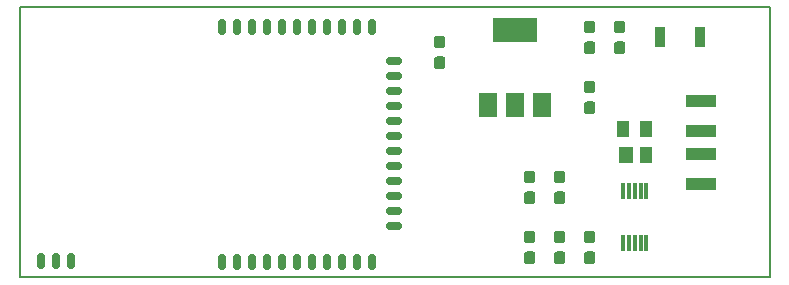
<source format=gbr>
G04 #@! TF.GenerationSoftware,KiCad,Pcbnew,(5.1.5)-3*
G04 #@! TF.CreationDate,2020-03-31T21:34:46+02:00*
G04 #@! TF.ProjectId,cc1352P-dongle,63633133-3532-4502-9d64-6f6e676c652e,rev?*
G04 #@! TF.SameCoordinates,Original*
G04 #@! TF.FileFunction,Paste,Top*
G04 #@! TF.FilePolarity,Positive*
%FSLAX46Y46*%
G04 Gerber Fmt 4.6, Leading zero omitted, Abs format (unit mm)*
G04 Created by KiCad (PCBNEW (5.1.5)-3) date 2020-03-31 21:34:46*
%MOMM*%
%LPD*%
G04 APERTURE LIST*
%ADD10C,0.150000*%
%ADD11R,0.300000X1.400000*%
%ADD12R,0.900000X1.700000*%
%ADD13R,1.000000X1.400000*%
%ADD14R,1.200000X1.400000*%
%ADD15C,0.100000*%
%ADD16R,2.500000X1.100000*%
%ADD17R,3.800000X2.000000*%
%ADD18R,1.500000X2.000000*%
%ADD19O,1.400000X0.700000*%
%ADD20O,0.700000X1.400000*%
G04 APERTURE END LIST*
D10*
X66040000Y-71120000D02*
X66040000Y-48260000D01*
X129540000Y-71120000D02*
X66040000Y-71120000D01*
X129540000Y-48260000D02*
X129540000Y-71120000D01*
X66040000Y-48260000D02*
X129540000Y-48260000D01*
D11*
X119110000Y-68240000D03*
X118610000Y-68240000D03*
X118110000Y-68240000D03*
X117610000Y-68240000D03*
X117110000Y-68240000D03*
X117110000Y-63840000D03*
X117610000Y-63840000D03*
X118110000Y-63840000D03*
X118610000Y-63840000D03*
X119110000Y-63840000D03*
D12*
X123620000Y-50800000D03*
X120220000Y-50800000D03*
D13*
X117160000Y-58590000D03*
X119060000Y-58590000D03*
X119060000Y-60790000D03*
D14*
X117340000Y-60790000D03*
D15*
G36*
X114560779Y-54481144D02*
G01*
X114583834Y-54484563D01*
X114606443Y-54490227D01*
X114628387Y-54498079D01*
X114649457Y-54508044D01*
X114669448Y-54520026D01*
X114688168Y-54533910D01*
X114705438Y-54549562D01*
X114721090Y-54566832D01*
X114734974Y-54585552D01*
X114746956Y-54605543D01*
X114756921Y-54626613D01*
X114764773Y-54648557D01*
X114770437Y-54671166D01*
X114773856Y-54694221D01*
X114775000Y-54717500D01*
X114775000Y-55292500D01*
X114773856Y-55315779D01*
X114770437Y-55338834D01*
X114764773Y-55361443D01*
X114756921Y-55383387D01*
X114746956Y-55404457D01*
X114734974Y-55424448D01*
X114721090Y-55443168D01*
X114705438Y-55460438D01*
X114688168Y-55476090D01*
X114669448Y-55489974D01*
X114649457Y-55501956D01*
X114628387Y-55511921D01*
X114606443Y-55519773D01*
X114583834Y-55525437D01*
X114560779Y-55528856D01*
X114537500Y-55530000D01*
X114062500Y-55530000D01*
X114039221Y-55528856D01*
X114016166Y-55525437D01*
X113993557Y-55519773D01*
X113971613Y-55511921D01*
X113950543Y-55501956D01*
X113930552Y-55489974D01*
X113911832Y-55476090D01*
X113894562Y-55460438D01*
X113878910Y-55443168D01*
X113865026Y-55424448D01*
X113853044Y-55404457D01*
X113843079Y-55383387D01*
X113835227Y-55361443D01*
X113829563Y-55338834D01*
X113826144Y-55315779D01*
X113825000Y-55292500D01*
X113825000Y-54717500D01*
X113826144Y-54694221D01*
X113829563Y-54671166D01*
X113835227Y-54648557D01*
X113843079Y-54626613D01*
X113853044Y-54605543D01*
X113865026Y-54585552D01*
X113878910Y-54566832D01*
X113894562Y-54549562D01*
X113911832Y-54533910D01*
X113930552Y-54520026D01*
X113950543Y-54508044D01*
X113971613Y-54498079D01*
X113993557Y-54490227D01*
X114016166Y-54484563D01*
X114039221Y-54481144D01*
X114062500Y-54480000D01*
X114537500Y-54480000D01*
X114560779Y-54481144D01*
G37*
G36*
X114560779Y-56231144D02*
G01*
X114583834Y-56234563D01*
X114606443Y-56240227D01*
X114628387Y-56248079D01*
X114649457Y-56258044D01*
X114669448Y-56270026D01*
X114688168Y-56283910D01*
X114705438Y-56299562D01*
X114721090Y-56316832D01*
X114734974Y-56335552D01*
X114746956Y-56355543D01*
X114756921Y-56376613D01*
X114764773Y-56398557D01*
X114770437Y-56421166D01*
X114773856Y-56444221D01*
X114775000Y-56467500D01*
X114775000Y-57042500D01*
X114773856Y-57065779D01*
X114770437Y-57088834D01*
X114764773Y-57111443D01*
X114756921Y-57133387D01*
X114746956Y-57154457D01*
X114734974Y-57174448D01*
X114721090Y-57193168D01*
X114705438Y-57210438D01*
X114688168Y-57226090D01*
X114669448Y-57239974D01*
X114649457Y-57251956D01*
X114628387Y-57261921D01*
X114606443Y-57269773D01*
X114583834Y-57275437D01*
X114560779Y-57278856D01*
X114537500Y-57280000D01*
X114062500Y-57280000D01*
X114039221Y-57278856D01*
X114016166Y-57275437D01*
X113993557Y-57269773D01*
X113971613Y-57261921D01*
X113950543Y-57251956D01*
X113930552Y-57239974D01*
X113911832Y-57226090D01*
X113894562Y-57210438D01*
X113878910Y-57193168D01*
X113865026Y-57174448D01*
X113853044Y-57154457D01*
X113843079Y-57133387D01*
X113835227Y-57111443D01*
X113829563Y-57088834D01*
X113826144Y-57065779D01*
X113825000Y-57042500D01*
X113825000Y-56467500D01*
X113826144Y-56444221D01*
X113829563Y-56421166D01*
X113835227Y-56398557D01*
X113843079Y-56376613D01*
X113853044Y-56355543D01*
X113865026Y-56335552D01*
X113878910Y-56316832D01*
X113894562Y-56299562D01*
X113911832Y-56283910D01*
X113930552Y-56270026D01*
X113950543Y-56258044D01*
X113971613Y-56248079D01*
X113993557Y-56240227D01*
X114016166Y-56234563D01*
X114039221Y-56231144D01*
X114062500Y-56230000D01*
X114537500Y-56230000D01*
X114560779Y-56231144D01*
G37*
G36*
X114560779Y-68931144D02*
G01*
X114583834Y-68934563D01*
X114606443Y-68940227D01*
X114628387Y-68948079D01*
X114649457Y-68958044D01*
X114669448Y-68970026D01*
X114688168Y-68983910D01*
X114705438Y-68999562D01*
X114721090Y-69016832D01*
X114734974Y-69035552D01*
X114746956Y-69055543D01*
X114756921Y-69076613D01*
X114764773Y-69098557D01*
X114770437Y-69121166D01*
X114773856Y-69144221D01*
X114775000Y-69167500D01*
X114775000Y-69742500D01*
X114773856Y-69765779D01*
X114770437Y-69788834D01*
X114764773Y-69811443D01*
X114756921Y-69833387D01*
X114746956Y-69854457D01*
X114734974Y-69874448D01*
X114721090Y-69893168D01*
X114705438Y-69910438D01*
X114688168Y-69926090D01*
X114669448Y-69939974D01*
X114649457Y-69951956D01*
X114628387Y-69961921D01*
X114606443Y-69969773D01*
X114583834Y-69975437D01*
X114560779Y-69978856D01*
X114537500Y-69980000D01*
X114062500Y-69980000D01*
X114039221Y-69978856D01*
X114016166Y-69975437D01*
X113993557Y-69969773D01*
X113971613Y-69961921D01*
X113950543Y-69951956D01*
X113930552Y-69939974D01*
X113911832Y-69926090D01*
X113894562Y-69910438D01*
X113878910Y-69893168D01*
X113865026Y-69874448D01*
X113853044Y-69854457D01*
X113843079Y-69833387D01*
X113835227Y-69811443D01*
X113829563Y-69788834D01*
X113826144Y-69765779D01*
X113825000Y-69742500D01*
X113825000Y-69167500D01*
X113826144Y-69144221D01*
X113829563Y-69121166D01*
X113835227Y-69098557D01*
X113843079Y-69076613D01*
X113853044Y-69055543D01*
X113865026Y-69035552D01*
X113878910Y-69016832D01*
X113894562Y-68999562D01*
X113911832Y-68983910D01*
X113930552Y-68970026D01*
X113950543Y-68958044D01*
X113971613Y-68948079D01*
X113993557Y-68940227D01*
X114016166Y-68934563D01*
X114039221Y-68931144D01*
X114062500Y-68930000D01*
X114537500Y-68930000D01*
X114560779Y-68931144D01*
G37*
G36*
X114560779Y-67181144D02*
G01*
X114583834Y-67184563D01*
X114606443Y-67190227D01*
X114628387Y-67198079D01*
X114649457Y-67208044D01*
X114669448Y-67220026D01*
X114688168Y-67233910D01*
X114705438Y-67249562D01*
X114721090Y-67266832D01*
X114734974Y-67285552D01*
X114746956Y-67305543D01*
X114756921Y-67326613D01*
X114764773Y-67348557D01*
X114770437Y-67371166D01*
X114773856Y-67394221D01*
X114775000Y-67417500D01*
X114775000Y-67992500D01*
X114773856Y-68015779D01*
X114770437Y-68038834D01*
X114764773Y-68061443D01*
X114756921Y-68083387D01*
X114746956Y-68104457D01*
X114734974Y-68124448D01*
X114721090Y-68143168D01*
X114705438Y-68160438D01*
X114688168Y-68176090D01*
X114669448Y-68189974D01*
X114649457Y-68201956D01*
X114628387Y-68211921D01*
X114606443Y-68219773D01*
X114583834Y-68225437D01*
X114560779Y-68228856D01*
X114537500Y-68230000D01*
X114062500Y-68230000D01*
X114039221Y-68228856D01*
X114016166Y-68225437D01*
X113993557Y-68219773D01*
X113971613Y-68211921D01*
X113950543Y-68201956D01*
X113930552Y-68189974D01*
X113911832Y-68176090D01*
X113894562Y-68160438D01*
X113878910Y-68143168D01*
X113865026Y-68124448D01*
X113853044Y-68104457D01*
X113843079Y-68083387D01*
X113835227Y-68061443D01*
X113829563Y-68038834D01*
X113826144Y-68015779D01*
X113825000Y-67992500D01*
X113825000Y-67417500D01*
X113826144Y-67394221D01*
X113829563Y-67371166D01*
X113835227Y-67348557D01*
X113843079Y-67326613D01*
X113853044Y-67305543D01*
X113865026Y-67285552D01*
X113878910Y-67266832D01*
X113894562Y-67249562D01*
X113911832Y-67233910D01*
X113930552Y-67220026D01*
X113950543Y-67208044D01*
X113971613Y-67198079D01*
X113993557Y-67190227D01*
X114016166Y-67184563D01*
X114039221Y-67181144D01*
X114062500Y-67180000D01*
X114537500Y-67180000D01*
X114560779Y-67181144D01*
G37*
G36*
X112020779Y-63851144D02*
G01*
X112043834Y-63854563D01*
X112066443Y-63860227D01*
X112088387Y-63868079D01*
X112109457Y-63878044D01*
X112129448Y-63890026D01*
X112148168Y-63903910D01*
X112165438Y-63919562D01*
X112181090Y-63936832D01*
X112194974Y-63955552D01*
X112206956Y-63975543D01*
X112216921Y-63996613D01*
X112224773Y-64018557D01*
X112230437Y-64041166D01*
X112233856Y-64064221D01*
X112235000Y-64087500D01*
X112235000Y-64662500D01*
X112233856Y-64685779D01*
X112230437Y-64708834D01*
X112224773Y-64731443D01*
X112216921Y-64753387D01*
X112206956Y-64774457D01*
X112194974Y-64794448D01*
X112181090Y-64813168D01*
X112165438Y-64830438D01*
X112148168Y-64846090D01*
X112129448Y-64859974D01*
X112109457Y-64871956D01*
X112088387Y-64881921D01*
X112066443Y-64889773D01*
X112043834Y-64895437D01*
X112020779Y-64898856D01*
X111997500Y-64900000D01*
X111522500Y-64900000D01*
X111499221Y-64898856D01*
X111476166Y-64895437D01*
X111453557Y-64889773D01*
X111431613Y-64881921D01*
X111410543Y-64871956D01*
X111390552Y-64859974D01*
X111371832Y-64846090D01*
X111354562Y-64830438D01*
X111338910Y-64813168D01*
X111325026Y-64794448D01*
X111313044Y-64774457D01*
X111303079Y-64753387D01*
X111295227Y-64731443D01*
X111289563Y-64708834D01*
X111286144Y-64685779D01*
X111285000Y-64662500D01*
X111285000Y-64087500D01*
X111286144Y-64064221D01*
X111289563Y-64041166D01*
X111295227Y-64018557D01*
X111303079Y-63996613D01*
X111313044Y-63975543D01*
X111325026Y-63955552D01*
X111338910Y-63936832D01*
X111354562Y-63919562D01*
X111371832Y-63903910D01*
X111390552Y-63890026D01*
X111410543Y-63878044D01*
X111431613Y-63868079D01*
X111453557Y-63860227D01*
X111476166Y-63854563D01*
X111499221Y-63851144D01*
X111522500Y-63850000D01*
X111997500Y-63850000D01*
X112020779Y-63851144D01*
G37*
G36*
X112020779Y-62101144D02*
G01*
X112043834Y-62104563D01*
X112066443Y-62110227D01*
X112088387Y-62118079D01*
X112109457Y-62128044D01*
X112129448Y-62140026D01*
X112148168Y-62153910D01*
X112165438Y-62169562D01*
X112181090Y-62186832D01*
X112194974Y-62205552D01*
X112206956Y-62225543D01*
X112216921Y-62246613D01*
X112224773Y-62268557D01*
X112230437Y-62291166D01*
X112233856Y-62314221D01*
X112235000Y-62337500D01*
X112235000Y-62912500D01*
X112233856Y-62935779D01*
X112230437Y-62958834D01*
X112224773Y-62981443D01*
X112216921Y-63003387D01*
X112206956Y-63024457D01*
X112194974Y-63044448D01*
X112181090Y-63063168D01*
X112165438Y-63080438D01*
X112148168Y-63096090D01*
X112129448Y-63109974D01*
X112109457Y-63121956D01*
X112088387Y-63131921D01*
X112066443Y-63139773D01*
X112043834Y-63145437D01*
X112020779Y-63148856D01*
X111997500Y-63150000D01*
X111522500Y-63150000D01*
X111499221Y-63148856D01*
X111476166Y-63145437D01*
X111453557Y-63139773D01*
X111431613Y-63131921D01*
X111410543Y-63121956D01*
X111390552Y-63109974D01*
X111371832Y-63096090D01*
X111354562Y-63080438D01*
X111338910Y-63063168D01*
X111325026Y-63044448D01*
X111313044Y-63024457D01*
X111303079Y-63003387D01*
X111295227Y-62981443D01*
X111289563Y-62958834D01*
X111286144Y-62935779D01*
X111285000Y-62912500D01*
X111285000Y-62337500D01*
X111286144Y-62314221D01*
X111289563Y-62291166D01*
X111295227Y-62268557D01*
X111303079Y-62246613D01*
X111313044Y-62225543D01*
X111325026Y-62205552D01*
X111338910Y-62186832D01*
X111354562Y-62169562D01*
X111371832Y-62153910D01*
X111390552Y-62140026D01*
X111410543Y-62128044D01*
X111431613Y-62118079D01*
X111453557Y-62110227D01*
X111476166Y-62104563D01*
X111499221Y-62101144D01*
X111522500Y-62100000D01*
X111997500Y-62100000D01*
X112020779Y-62101144D01*
G37*
G36*
X109480779Y-62101144D02*
G01*
X109503834Y-62104563D01*
X109526443Y-62110227D01*
X109548387Y-62118079D01*
X109569457Y-62128044D01*
X109589448Y-62140026D01*
X109608168Y-62153910D01*
X109625438Y-62169562D01*
X109641090Y-62186832D01*
X109654974Y-62205552D01*
X109666956Y-62225543D01*
X109676921Y-62246613D01*
X109684773Y-62268557D01*
X109690437Y-62291166D01*
X109693856Y-62314221D01*
X109695000Y-62337500D01*
X109695000Y-62912500D01*
X109693856Y-62935779D01*
X109690437Y-62958834D01*
X109684773Y-62981443D01*
X109676921Y-63003387D01*
X109666956Y-63024457D01*
X109654974Y-63044448D01*
X109641090Y-63063168D01*
X109625438Y-63080438D01*
X109608168Y-63096090D01*
X109589448Y-63109974D01*
X109569457Y-63121956D01*
X109548387Y-63131921D01*
X109526443Y-63139773D01*
X109503834Y-63145437D01*
X109480779Y-63148856D01*
X109457500Y-63150000D01*
X108982500Y-63150000D01*
X108959221Y-63148856D01*
X108936166Y-63145437D01*
X108913557Y-63139773D01*
X108891613Y-63131921D01*
X108870543Y-63121956D01*
X108850552Y-63109974D01*
X108831832Y-63096090D01*
X108814562Y-63080438D01*
X108798910Y-63063168D01*
X108785026Y-63044448D01*
X108773044Y-63024457D01*
X108763079Y-63003387D01*
X108755227Y-62981443D01*
X108749563Y-62958834D01*
X108746144Y-62935779D01*
X108745000Y-62912500D01*
X108745000Y-62337500D01*
X108746144Y-62314221D01*
X108749563Y-62291166D01*
X108755227Y-62268557D01*
X108763079Y-62246613D01*
X108773044Y-62225543D01*
X108785026Y-62205552D01*
X108798910Y-62186832D01*
X108814562Y-62169562D01*
X108831832Y-62153910D01*
X108850552Y-62140026D01*
X108870543Y-62128044D01*
X108891613Y-62118079D01*
X108913557Y-62110227D01*
X108936166Y-62104563D01*
X108959221Y-62101144D01*
X108982500Y-62100000D01*
X109457500Y-62100000D01*
X109480779Y-62101144D01*
G37*
G36*
X109480779Y-63851144D02*
G01*
X109503834Y-63854563D01*
X109526443Y-63860227D01*
X109548387Y-63868079D01*
X109569457Y-63878044D01*
X109589448Y-63890026D01*
X109608168Y-63903910D01*
X109625438Y-63919562D01*
X109641090Y-63936832D01*
X109654974Y-63955552D01*
X109666956Y-63975543D01*
X109676921Y-63996613D01*
X109684773Y-64018557D01*
X109690437Y-64041166D01*
X109693856Y-64064221D01*
X109695000Y-64087500D01*
X109695000Y-64662500D01*
X109693856Y-64685779D01*
X109690437Y-64708834D01*
X109684773Y-64731443D01*
X109676921Y-64753387D01*
X109666956Y-64774457D01*
X109654974Y-64794448D01*
X109641090Y-64813168D01*
X109625438Y-64830438D01*
X109608168Y-64846090D01*
X109589448Y-64859974D01*
X109569457Y-64871956D01*
X109548387Y-64881921D01*
X109526443Y-64889773D01*
X109503834Y-64895437D01*
X109480779Y-64898856D01*
X109457500Y-64900000D01*
X108982500Y-64900000D01*
X108959221Y-64898856D01*
X108936166Y-64895437D01*
X108913557Y-64889773D01*
X108891613Y-64881921D01*
X108870543Y-64871956D01*
X108850552Y-64859974D01*
X108831832Y-64846090D01*
X108814562Y-64830438D01*
X108798910Y-64813168D01*
X108785026Y-64794448D01*
X108773044Y-64774457D01*
X108763079Y-64753387D01*
X108755227Y-64731443D01*
X108749563Y-64708834D01*
X108746144Y-64685779D01*
X108745000Y-64662500D01*
X108745000Y-64087500D01*
X108746144Y-64064221D01*
X108749563Y-64041166D01*
X108755227Y-64018557D01*
X108763079Y-63996613D01*
X108773044Y-63975543D01*
X108785026Y-63955552D01*
X108798910Y-63936832D01*
X108814562Y-63919562D01*
X108831832Y-63903910D01*
X108850552Y-63890026D01*
X108870543Y-63878044D01*
X108891613Y-63868079D01*
X108913557Y-63860227D01*
X108936166Y-63854563D01*
X108959221Y-63851144D01*
X108982500Y-63850000D01*
X109457500Y-63850000D01*
X109480779Y-63851144D01*
G37*
D16*
X123700000Y-58690000D03*
X123700000Y-60690000D03*
X123700000Y-56190000D03*
X123700000Y-63190000D03*
D15*
G36*
X112020779Y-67181144D02*
G01*
X112043834Y-67184563D01*
X112066443Y-67190227D01*
X112088387Y-67198079D01*
X112109457Y-67208044D01*
X112129448Y-67220026D01*
X112148168Y-67233910D01*
X112165438Y-67249562D01*
X112181090Y-67266832D01*
X112194974Y-67285552D01*
X112206956Y-67305543D01*
X112216921Y-67326613D01*
X112224773Y-67348557D01*
X112230437Y-67371166D01*
X112233856Y-67394221D01*
X112235000Y-67417500D01*
X112235000Y-67992500D01*
X112233856Y-68015779D01*
X112230437Y-68038834D01*
X112224773Y-68061443D01*
X112216921Y-68083387D01*
X112206956Y-68104457D01*
X112194974Y-68124448D01*
X112181090Y-68143168D01*
X112165438Y-68160438D01*
X112148168Y-68176090D01*
X112129448Y-68189974D01*
X112109457Y-68201956D01*
X112088387Y-68211921D01*
X112066443Y-68219773D01*
X112043834Y-68225437D01*
X112020779Y-68228856D01*
X111997500Y-68230000D01*
X111522500Y-68230000D01*
X111499221Y-68228856D01*
X111476166Y-68225437D01*
X111453557Y-68219773D01*
X111431613Y-68211921D01*
X111410543Y-68201956D01*
X111390552Y-68189974D01*
X111371832Y-68176090D01*
X111354562Y-68160438D01*
X111338910Y-68143168D01*
X111325026Y-68124448D01*
X111313044Y-68104457D01*
X111303079Y-68083387D01*
X111295227Y-68061443D01*
X111289563Y-68038834D01*
X111286144Y-68015779D01*
X111285000Y-67992500D01*
X111285000Y-67417500D01*
X111286144Y-67394221D01*
X111289563Y-67371166D01*
X111295227Y-67348557D01*
X111303079Y-67326613D01*
X111313044Y-67305543D01*
X111325026Y-67285552D01*
X111338910Y-67266832D01*
X111354562Y-67249562D01*
X111371832Y-67233910D01*
X111390552Y-67220026D01*
X111410543Y-67208044D01*
X111431613Y-67198079D01*
X111453557Y-67190227D01*
X111476166Y-67184563D01*
X111499221Y-67181144D01*
X111522500Y-67180000D01*
X111997500Y-67180000D01*
X112020779Y-67181144D01*
G37*
G36*
X112020779Y-68931144D02*
G01*
X112043834Y-68934563D01*
X112066443Y-68940227D01*
X112088387Y-68948079D01*
X112109457Y-68958044D01*
X112129448Y-68970026D01*
X112148168Y-68983910D01*
X112165438Y-68999562D01*
X112181090Y-69016832D01*
X112194974Y-69035552D01*
X112206956Y-69055543D01*
X112216921Y-69076613D01*
X112224773Y-69098557D01*
X112230437Y-69121166D01*
X112233856Y-69144221D01*
X112235000Y-69167500D01*
X112235000Y-69742500D01*
X112233856Y-69765779D01*
X112230437Y-69788834D01*
X112224773Y-69811443D01*
X112216921Y-69833387D01*
X112206956Y-69854457D01*
X112194974Y-69874448D01*
X112181090Y-69893168D01*
X112165438Y-69910438D01*
X112148168Y-69926090D01*
X112129448Y-69939974D01*
X112109457Y-69951956D01*
X112088387Y-69961921D01*
X112066443Y-69969773D01*
X112043834Y-69975437D01*
X112020779Y-69978856D01*
X111997500Y-69980000D01*
X111522500Y-69980000D01*
X111499221Y-69978856D01*
X111476166Y-69975437D01*
X111453557Y-69969773D01*
X111431613Y-69961921D01*
X111410543Y-69951956D01*
X111390552Y-69939974D01*
X111371832Y-69926090D01*
X111354562Y-69910438D01*
X111338910Y-69893168D01*
X111325026Y-69874448D01*
X111313044Y-69854457D01*
X111303079Y-69833387D01*
X111295227Y-69811443D01*
X111289563Y-69788834D01*
X111286144Y-69765779D01*
X111285000Y-69742500D01*
X111285000Y-69167500D01*
X111286144Y-69144221D01*
X111289563Y-69121166D01*
X111295227Y-69098557D01*
X111303079Y-69076613D01*
X111313044Y-69055543D01*
X111325026Y-69035552D01*
X111338910Y-69016832D01*
X111354562Y-68999562D01*
X111371832Y-68983910D01*
X111390552Y-68970026D01*
X111410543Y-68958044D01*
X111431613Y-68948079D01*
X111453557Y-68940227D01*
X111476166Y-68934563D01*
X111499221Y-68931144D01*
X111522500Y-68930000D01*
X111997500Y-68930000D01*
X112020779Y-68931144D01*
G37*
G36*
X109480779Y-68931144D02*
G01*
X109503834Y-68934563D01*
X109526443Y-68940227D01*
X109548387Y-68948079D01*
X109569457Y-68958044D01*
X109589448Y-68970026D01*
X109608168Y-68983910D01*
X109625438Y-68999562D01*
X109641090Y-69016832D01*
X109654974Y-69035552D01*
X109666956Y-69055543D01*
X109676921Y-69076613D01*
X109684773Y-69098557D01*
X109690437Y-69121166D01*
X109693856Y-69144221D01*
X109695000Y-69167500D01*
X109695000Y-69742500D01*
X109693856Y-69765779D01*
X109690437Y-69788834D01*
X109684773Y-69811443D01*
X109676921Y-69833387D01*
X109666956Y-69854457D01*
X109654974Y-69874448D01*
X109641090Y-69893168D01*
X109625438Y-69910438D01*
X109608168Y-69926090D01*
X109589448Y-69939974D01*
X109569457Y-69951956D01*
X109548387Y-69961921D01*
X109526443Y-69969773D01*
X109503834Y-69975437D01*
X109480779Y-69978856D01*
X109457500Y-69980000D01*
X108982500Y-69980000D01*
X108959221Y-69978856D01*
X108936166Y-69975437D01*
X108913557Y-69969773D01*
X108891613Y-69961921D01*
X108870543Y-69951956D01*
X108850552Y-69939974D01*
X108831832Y-69926090D01*
X108814562Y-69910438D01*
X108798910Y-69893168D01*
X108785026Y-69874448D01*
X108773044Y-69854457D01*
X108763079Y-69833387D01*
X108755227Y-69811443D01*
X108749563Y-69788834D01*
X108746144Y-69765779D01*
X108745000Y-69742500D01*
X108745000Y-69167500D01*
X108746144Y-69144221D01*
X108749563Y-69121166D01*
X108755227Y-69098557D01*
X108763079Y-69076613D01*
X108773044Y-69055543D01*
X108785026Y-69035552D01*
X108798910Y-69016832D01*
X108814562Y-68999562D01*
X108831832Y-68983910D01*
X108850552Y-68970026D01*
X108870543Y-68958044D01*
X108891613Y-68948079D01*
X108913557Y-68940227D01*
X108936166Y-68934563D01*
X108959221Y-68931144D01*
X108982500Y-68930000D01*
X109457500Y-68930000D01*
X109480779Y-68931144D01*
G37*
G36*
X109480779Y-67181144D02*
G01*
X109503834Y-67184563D01*
X109526443Y-67190227D01*
X109548387Y-67198079D01*
X109569457Y-67208044D01*
X109589448Y-67220026D01*
X109608168Y-67233910D01*
X109625438Y-67249562D01*
X109641090Y-67266832D01*
X109654974Y-67285552D01*
X109666956Y-67305543D01*
X109676921Y-67326613D01*
X109684773Y-67348557D01*
X109690437Y-67371166D01*
X109693856Y-67394221D01*
X109695000Y-67417500D01*
X109695000Y-67992500D01*
X109693856Y-68015779D01*
X109690437Y-68038834D01*
X109684773Y-68061443D01*
X109676921Y-68083387D01*
X109666956Y-68104457D01*
X109654974Y-68124448D01*
X109641090Y-68143168D01*
X109625438Y-68160438D01*
X109608168Y-68176090D01*
X109589448Y-68189974D01*
X109569457Y-68201956D01*
X109548387Y-68211921D01*
X109526443Y-68219773D01*
X109503834Y-68225437D01*
X109480779Y-68228856D01*
X109457500Y-68230000D01*
X108982500Y-68230000D01*
X108959221Y-68228856D01*
X108936166Y-68225437D01*
X108913557Y-68219773D01*
X108891613Y-68211921D01*
X108870543Y-68201956D01*
X108850552Y-68189974D01*
X108831832Y-68176090D01*
X108814562Y-68160438D01*
X108798910Y-68143168D01*
X108785026Y-68124448D01*
X108773044Y-68104457D01*
X108763079Y-68083387D01*
X108755227Y-68061443D01*
X108749563Y-68038834D01*
X108746144Y-68015779D01*
X108745000Y-67992500D01*
X108745000Y-67417500D01*
X108746144Y-67394221D01*
X108749563Y-67371166D01*
X108755227Y-67348557D01*
X108763079Y-67326613D01*
X108773044Y-67305543D01*
X108785026Y-67285552D01*
X108798910Y-67266832D01*
X108814562Y-67249562D01*
X108831832Y-67233910D01*
X108850552Y-67220026D01*
X108870543Y-67208044D01*
X108891613Y-67198079D01*
X108913557Y-67190227D01*
X108936166Y-67184563D01*
X108959221Y-67181144D01*
X108982500Y-67180000D01*
X109457500Y-67180000D01*
X109480779Y-67181144D01*
G37*
D17*
X107950000Y-50190000D03*
D18*
X107950000Y-56490000D03*
X110250000Y-56490000D03*
X105650000Y-56490000D03*
D19*
X97739200Y-66802000D03*
X97739200Y-65532000D03*
X97739200Y-64262000D03*
X97739200Y-62992000D03*
X97739200Y-61722000D03*
X97739200Y-60452000D03*
X97739200Y-57912000D03*
X97739200Y-59182000D03*
X97739200Y-56642000D03*
X97739200Y-55372000D03*
X97739200Y-54102000D03*
X97739200Y-52832000D03*
D20*
X95859600Y-49911000D03*
X94589600Y-49911000D03*
X93319600Y-49911000D03*
X92049600Y-49911000D03*
X90779600Y-49911000D03*
X89509600Y-49911000D03*
X88239600Y-49911000D03*
X86969600Y-49911000D03*
X85699600Y-49911000D03*
X84429600Y-49911000D03*
X83159600Y-49911000D03*
X95834200Y-69824600D03*
X94564200Y-69824600D03*
X93294200Y-69824600D03*
X92024200Y-69824600D03*
X90754200Y-69824600D03*
X89484200Y-69824600D03*
X88214200Y-69824600D03*
X86944200Y-69824600D03*
X85674200Y-69824600D03*
X84404200Y-69824600D03*
X83134200Y-69824600D03*
X67818000Y-69773800D03*
X69088000Y-69773800D03*
X70358000Y-69773800D03*
D15*
G36*
X117100779Y-51151144D02*
G01*
X117123834Y-51154563D01*
X117146443Y-51160227D01*
X117168387Y-51168079D01*
X117189457Y-51178044D01*
X117209448Y-51190026D01*
X117228168Y-51203910D01*
X117245438Y-51219562D01*
X117261090Y-51236832D01*
X117274974Y-51255552D01*
X117286956Y-51275543D01*
X117296921Y-51296613D01*
X117304773Y-51318557D01*
X117310437Y-51341166D01*
X117313856Y-51364221D01*
X117315000Y-51387500D01*
X117315000Y-51962500D01*
X117313856Y-51985779D01*
X117310437Y-52008834D01*
X117304773Y-52031443D01*
X117296921Y-52053387D01*
X117286956Y-52074457D01*
X117274974Y-52094448D01*
X117261090Y-52113168D01*
X117245438Y-52130438D01*
X117228168Y-52146090D01*
X117209448Y-52159974D01*
X117189457Y-52171956D01*
X117168387Y-52181921D01*
X117146443Y-52189773D01*
X117123834Y-52195437D01*
X117100779Y-52198856D01*
X117077500Y-52200000D01*
X116602500Y-52200000D01*
X116579221Y-52198856D01*
X116556166Y-52195437D01*
X116533557Y-52189773D01*
X116511613Y-52181921D01*
X116490543Y-52171956D01*
X116470552Y-52159974D01*
X116451832Y-52146090D01*
X116434562Y-52130438D01*
X116418910Y-52113168D01*
X116405026Y-52094448D01*
X116393044Y-52074457D01*
X116383079Y-52053387D01*
X116375227Y-52031443D01*
X116369563Y-52008834D01*
X116366144Y-51985779D01*
X116365000Y-51962500D01*
X116365000Y-51387500D01*
X116366144Y-51364221D01*
X116369563Y-51341166D01*
X116375227Y-51318557D01*
X116383079Y-51296613D01*
X116393044Y-51275543D01*
X116405026Y-51255552D01*
X116418910Y-51236832D01*
X116434562Y-51219562D01*
X116451832Y-51203910D01*
X116470552Y-51190026D01*
X116490543Y-51178044D01*
X116511613Y-51168079D01*
X116533557Y-51160227D01*
X116556166Y-51154563D01*
X116579221Y-51151144D01*
X116602500Y-51150000D01*
X117077500Y-51150000D01*
X117100779Y-51151144D01*
G37*
G36*
X117100779Y-49401144D02*
G01*
X117123834Y-49404563D01*
X117146443Y-49410227D01*
X117168387Y-49418079D01*
X117189457Y-49428044D01*
X117209448Y-49440026D01*
X117228168Y-49453910D01*
X117245438Y-49469562D01*
X117261090Y-49486832D01*
X117274974Y-49505552D01*
X117286956Y-49525543D01*
X117296921Y-49546613D01*
X117304773Y-49568557D01*
X117310437Y-49591166D01*
X117313856Y-49614221D01*
X117315000Y-49637500D01*
X117315000Y-50212500D01*
X117313856Y-50235779D01*
X117310437Y-50258834D01*
X117304773Y-50281443D01*
X117296921Y-50303387D01*
X117286956Y-50324457D01*
X117274974Y-50344448D01*
X117261090Y-50363168D01*
X117245438Y-50380438D01*
X117228168Y-50396090D01*
X117209448Y-50409974D01*
X117189457Y-50421956D01*
X117168387Y-50431921D01*
X117146443Y-50439773D01*
X117123834Y-50445437D01*
X117100779Y-50448856D01*
X117077500Y-50450000D01*
X116602500Y-50450000D01*
X116579221Y-50448856D01*
X116556166Y-50445437D01*
X116533557Y-50439773D01*
X116511613Y-50431921D01*
X116490543Y-50421956D01*
X116470552Y-50409974D01*
X116451832Y-50396090D01*
X116434562Y-50380438D01*
X116418910Y-50363168D01*
X116405026Y-50344448D01*
X116393044Y-50324457D01*
X116383079Y-50303387D01*
X116375227Y-50281443D01*
X116369563Y-50258834D01*
X116366144Y-50235779D01*
X116365000Y-50212500D01*
X116365000Y-49637500D01*
X116366144Y-49614221D01*
X116369563Y-49591166D01*
X116375227Y-49568557D01*
X116383079Y-49546613D01*
X116393044Y-49525543D01*
X116405026Y-49505552D01*
X116418910Y-49486832D01*
X116434562Y-49469562D01*
X116451832Y-49453910D01*
X116470552Y-49440026D01*
X116490543Y-49428044D01*
X116511613Y-49418079D01*
X116533557Y-49410227D01*
X116556166Y-49404563D01*
X116579221Y-49401144D01*
X116602500Y-49400000D01*
X117077500Y-49400000D01*
X117100779Y-49401144D01*
G37*
G36*
X114560779Y-49401144D02*
G01*
X114583834Y-49404563D01*
X114606443Y-49410227D01*
X114628387Y-49418079D01*
X114649457Y-49428044D01*
X114669448Y-49440026D01*
X114688168Y-49453910D01*
X114705438Y-49469562D01*
X114721090Y-49486832D01*
X114734974Y-49505552D01*
X114746956Y-49525543D01*
X114756921Y-49546613D01*
X114764773Y-49568557D01*
X114770437Y-49591166D01*
X114773856Y-49614221D01*
X114775000Y-49637500D01*
X114775000Y-50212500D01*
X114773856Y-50235779D01*
X114770437Y-50258834D01*
X114764773Y-50281443D01*
X114756921Y-50303387D01*
X114746956Y-50324457D01*
X114734974Y-50344448D01*
X114721090Y-50363168D01*
X114705438Y-50380438D01*
X114688168Y-50396090D01*
X114669448Y-50409974D01*
X114649457Y-50421956D01*
X114628387Y-50431921D01*
X114606443Y-50439773D01*
X114583834Y-50445437D01*
X114560779Y-50448856D01*
X114537500Y-50450000D01*
X114062500Y-50450000D01*
X114039221Y-50448856D01*
X114016166Y-50445437D01*
X113993557Y-50439773D01*
X113971613Y-50431921D01*
X113950543Y-50421956D01*
X113930552Y-50409974D01*
X113911832Y-50396090D01*
X113894562Y-50380438D01*
X113878910Y-50363168D01*
X113865026Y-50344448D01*
X113853044Y-50324457D01*
X113843079Y-50303387D01*
X113835227Y-50281443D01*
X113829563Y-50258834D01*
X113826144Y-50235779D01*
X113825000Y-50212500D01*
X113825000Y-49637500D01*
X113826144Y-49614221D01*
X113829563Y-49591166D01*
X113835227Y-49568557D01*
X113843079Y-49546613D01*
X113853044Y-49525543D01*
X113865026Y-49505552D01*
X113878910Y-49486832D01*
X113894562Y-49469562D01*
X113911832Y-49453910D01*
X113930552Y-49440026D01*
X113950543Y-49428044D01*
X113971613Y-49418079D01*
X113993557Y-49410227D01*
X114016166Y-49404563D01*
X114039221Y-49401144D01*
X114062500Y-49400000D01*
X114537500Y-49400000D01*
X114560779Y-49401144D01*
G37*
G36*
X114560779Y-51151144D02*
G01*
X114583834Y-51154563D01*
X114606443Y-51160227D01*
X114628387Y-51168079D01*
X114649457Y-51178044D01*
X114669448Y-51190026D01*
X114688168Y-51203910D01*
X114705438Y-51219562D01*
X114721090Y-51236832D01*
X114734974Y-51255552D01*
X114746956Y-51275543D01*
X114756921Y-51296613D01*
X114764773Y-51318557D01*
X114770437Y-51341166D01*
X114773856Y-51364221D01*
X114775000Y-51387500D01*
X114775000Y-51962500D01*
X114773856Y-51985779D01*
X114770437Y-52008834D01*
X114764773Y-52031443D01*
X114756921Y-52053387D01*
X114746956Y-52074457D01*
X114734974Y-52094448D01*
X114721090Y-52113168D01*
X114705438Y-52130438D01*
X114688168Y-52146090D01*
X114669448Y-52159974D01*
X114649457Y-52171956D01*
X114628387Y-52181921D01*
X114606443Y-52189773D01*
X114583834Y-52195437D01*
X114560779Y-52198856D01*
X114537500Y-52200000D01*
X114062500Y-52200000D01*
X114039221Y-52198856D01*
X114016166Y-52195437D01*
X113993557Y-52189773D01*
X113971613Y-52181921D01*
X113950543Y-52171956D01*
X113930552Y-52159974D01*
X113911832Y-52146090D01*
X113894562Y-52130438D01*
X113878910Y-52113168D01*
X113865026Y-52094448D01*
X113853044Y-52074457D01*
X113843079Y-52053387D01*
X113835227Y-52031443D01*
X113829563Y-52008834D01*
X113826144Y-51985779D01*
X113825000Y-51962500D01*
X113825000Y-51387500D01*
X113826144Y-51364221D01*
X113829563Y-51341166D01*
X113835227Y-51318557D01*
X113843079Y-51296613D01*
X113853044Y-51275543D01*
X113865026Y-51255552D01*
X113878910Y-51236832D01*
X113894562Y-51219562D01*
X113911832Y-51203910D01*
X113930552Y-51190026D01*
X113950543Y-51178044D01*
X113971613Y-51168079D01*
X113993557Y-51160227D01*
X114016166Y-51154563D01*
X114039221Y-51151144D01*
X114062500Y-51150000D01*
X114537500Y-51150000D01*
X114560779Y-51151144D01*
G37*
G36*
X101860779Y-50671144D02*
G01*
X101883834Y-50674563D01*
X101906443Y-50680227D01*
X101928387Y-50688079D01*
X101949457Y-50698044D01*
X101969448Y-50710026D01*
X101988168Y-50723910D01*
X102005438Y-50739562D01*
X102021090Y-50756832D01*
X102034974Y-50775552D01*
X102046956Y-50795543D01*
X102056921Y-50816613D01*
X102064773Y-50838557D01*
X102070437Y-50861166D01*
X102073856Y-50884221D01*
X102075000Y-50907500D01*
X102075000Y-51482500D01*
X102073856Y-51505779D01*
X102070437Y-51528834D01*
X102064773Y-51551443D01*
X102056921Y-51573387D01*
X102046956Y-51594457D01*
X102034974Y-51614448D01*
X102021090Y-51633168D01*
X102005438Y-51650438D01*
X101988168Y-51666090D01*
X101969448Y-51679974D01*
X101949457Y-51691956D01*
X101928387Y-51701921D01*
X101906443Y-51709773D01*
X101883834Y-51715437D01*
X101860779Y-51718856D01*
X101837500Y-51720000D01*
X101362500Y-51720000D01*
X101339221Y-51718856D01*
X101316166Y-51715437D01*
X101293557Y-51709773D01*
X101271613Y-51701921D01*
X101250543Y-51691956D01*
X101230552Y-51679974D01*
X101211832Y-51666090D01*
X101194562Y-51650438D01*
X101178910Y-51633168D01*
X101165026Y-51614448D01*
X101153044Y-51594457D01*
X101143079Y-51573387D01*
X101135227Y-51551443D01*
X101129563Y-51528834D01*
X101126144Y-51505779D01*
X101125000Y-51482500D01*
X101125000Y-50907500D01*
X101126144Y-50884221D01*
X101129563Y-50861166D01*
X101135227Y-50838557D01*
X101143079Y-50816613D01*
X101153044Y-50795543D01*
X101165026Y-50775552D01*
X101178910Y-50756832D01*
X101194562Y-50739562D01*
X101211832Y-50723910D01*
X101230552Y-50710026D01*
X101250543Y-50698044D01*
X101271613Y-50688079D01*
X101293557Y-50680227D01*
X101316166Y-50674563D01*
X101339221Y-50671144D01*
X101362500Y-50670000D01*
X101837500Y-50670000D01*
X101860779Y-50671144D01*
G37*
G36*
X101860779Y-52421144D02*
G01*
X101883834Y-52424563D01*
X101906443Y-52430227D01*
X101928387Y-52438079D01*
X101949457Y-52448044D01*
X101969448Y-52460026D01*
X101988168Y-52473910D01*
X102005438Y-52489562D01*
X102021090Y-52506832D01*
X102034974Y-52525552D01*
X102046956Y-52545543D01*
X102056921Y-52566613D01*
X102064773Y-52588557D01*
X102070437Y-52611166D01*
X102073856Y-52634221D01*
X102075000Y-52657500D01*
X102075000Y-53232500D01*
X102073856Y-53255779D01*
X102070437Y-53278834D01*
X102064773Y-53301443D01*
X102056921Y-53323387D01*
X102046956Y-53344457D01*
X102034974Y-53364448D01*
X102021090Y-53383168D01*
X102005438Y-53400438D01*
X101988168Y-53416090D01*
X101969448Y-53429974D01*
X101949457Y-53441956D01*
X101928387Y-53451921D01*
X101906443Y-53459773D01*
X101883834Y-53465437D01*
X101860779Y-53468856D01*
X101837500Y-53470000D01*
X101362500Y-53470000D01*
X101339221Y-53468856D01*
X101316166Y-53465437D01*
X101293557Y-53459773D01*
X101271613Y-53451921D01*
X101250543Y-53441956D01*
X101230552Y-53429974D01*
X101211832Y-53416090D01*
X101194562Y-53400438D01*
X101178910Y-53383168D01*
X101165026Y-53364448D01*
X101153044Y-53344457D01*
X101143079Y-53323387D01*
X101135227Y-53301443D01*
X101129563Y-53278834D01*
X101126144Y-53255779D01*
X101125000Y-53232500D01*
X101125000Y-52657500D01*
X101126144Y-52634221D01*
X101129563Y-52611166D01*
X101135227Y-52588557D01*
X101143079Y-52566613D01*
X101153044Y-52545543D01*
X101165026Y-52525552D01*
X101178910Y-52506832D01*
X101194562Y-52489562D01*
X101211832Y-52473910D01*
X101230552Y-52460026D01*
X101250543Y-52448044D01*
X101271613Y-52438079D01*
X101293557Y-52430227D01*
X101316166Y-52424563D01*
X101339221Y-52421144D01*
X101362500Y-52420000D01*
X101837500Y-52420000D01*
X101860779Y-52421144D01*
G37*
M02*

</source>
